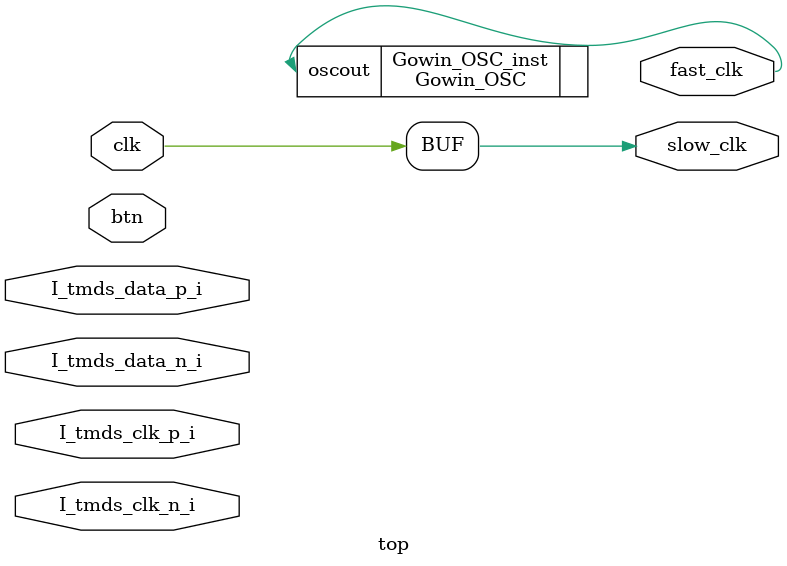
<source format=sv>
module top(
    input wire clk,	// 27 MHz
    input wire [1:0] btn,
    
    input wire I_tmds_clk_p_i,
    input wire I_tmds_clk_n_i,
    input wire [2:0] I_tmds_data_p_i,
    input wire [2:0] I_tmds_data_n_i,

    output wire slow_clk,
    output wire fast_clk

	/*
    output wire O_rgb_clk_o,
    output wire O_rgb_vs_o,							// ????
    output wire O_rgb_hs_o,
    output wire O_rgb_de_o,
	*/
);


	// Clock generation of 250 MHz / 4 = 62.5 MHz
    Gowin_OSC Gowin_OSC_inst(
        .oscout(fast_clk) //output oscout
    );
	
	assign slow_clk = clk;


/*
	EDID_PROM EDID_PROM_inst(
		.I_clk(clk), //input I_clk
		.I_rst_n(1'b1), //input I_rst_n
		.I_scl(I_scl_i), //input I_scl
		.IO_sda(IO_sda_io) //inout IO_sda
	);
*/

/*
    spi_tx_n_mosi spi_tx_n_mosi_inst(
        .clk(),
        .rst(),
        .
    )
*/

	wire O_rgb_clk_o;
    wire O_rgb_vs_o;
    wire O_rgb_hs_o;
    wire O_rgb_de_o;

	wire [3:0] O_pll_phase_o;
	wire O_pll_phase_lock_o;
	wire [7:0] O_rgb_r_o;
	wire [7:0] O_rgb_g_o;
	wire [7:0] O_rgb_b_o;
    

	DVI_RX DVI_RX_inst(
		.I_rst_n(1'b1), //input I_rst_n
		.I_tmds_clk_p(I_tmds_clk_p_i), //input I_tmds_clk_p
		.I_tmds_clk_n(I_tmds_clk_n_i), //input I_tmds_clk_n
		.I_tmds_data_p(I_tmds_data_p_i), //input [2:0] I_tmds_data_p
		.I_tmds_data_n(I_tmds_data_n_i), //input [2:0] I_tmds_data_n

		.O_pll_phase(O_pll_phase_o), //output [3:0] O_pll_phase
		.O_pll_phase_lock(O_pll_phase_lock_o), //output O_pll_phase_lock
		.O_rgb_clk(O_rgb_clk_o), //output O_rgb_clk
		.O_rgb_vs(O_rgb_vs_o), //output O_rgb_vs
		.O_rgb_hs(O_rgb_hs_o), //output O_rgb_hs
		.O_rgb_de(O_rgb_de_o), //output O_rgb_de
		.O_rgb_r(O_rgb_r_o), //output [7:0] O_rgb_r
		.O_rgb_g(O_rgb_g_o), //output [7:0] O_rgb_g
		.O_rgb_b(O_rgb_b_o) //output [7:0] O_rgb_b
	);

endmodule
</source>
